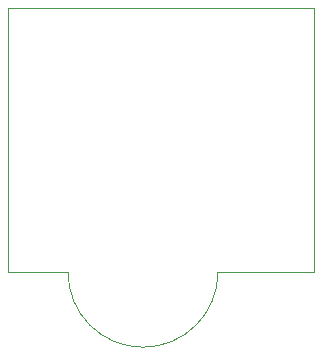
<source format=gm1>
%TF.GenerationSoftware,KiCad,Pcbnew,(5.1.9)-1*%
%TF.CreationDate,2021-10-24T01:50:07-04:00*%
%TF.ProjectId,nRF24_Breakout,6e524632-345f-4427-9265-616b6f75742e,1.0*%
%TF.SameCoordinates,Original*%
%TF.FileFunction,Profile,NP*%
%FSLAX46Y46*%
G04 Gerber Fmt 4.6, Leading zero omitted, Abs format (unit mm)*
G04 Created by KiCad (PCBNEW (5.1.9)-1) date 2021-10-24 01:50:07*
%MOMM*%
%LPD*%
G01*
G04 APERTURE LIST*
%TA.AperFunction,Profile*%
%ADD10C,0.050000*%
%TD*%
G04 APERTURE END LIST*
D10*
X147320000Y-109728000D02*
G75*
G02*
X134620000Y-109728000I-6350000J0D01*
G01*
X155448000Y-87376000D02*
X155448000Y-109728000D01*
X129540000Y-109728000D02*
X129540000Y-87376000D01*
X147320000Y-109728000D02*
X155448000Y-109728000D01*
X134620000Y-109728000D02*
X129540000Y-109728000D01*
X129540000Y-87376000D02*
X155448000Y-87376000D01*
M02*

</source>
